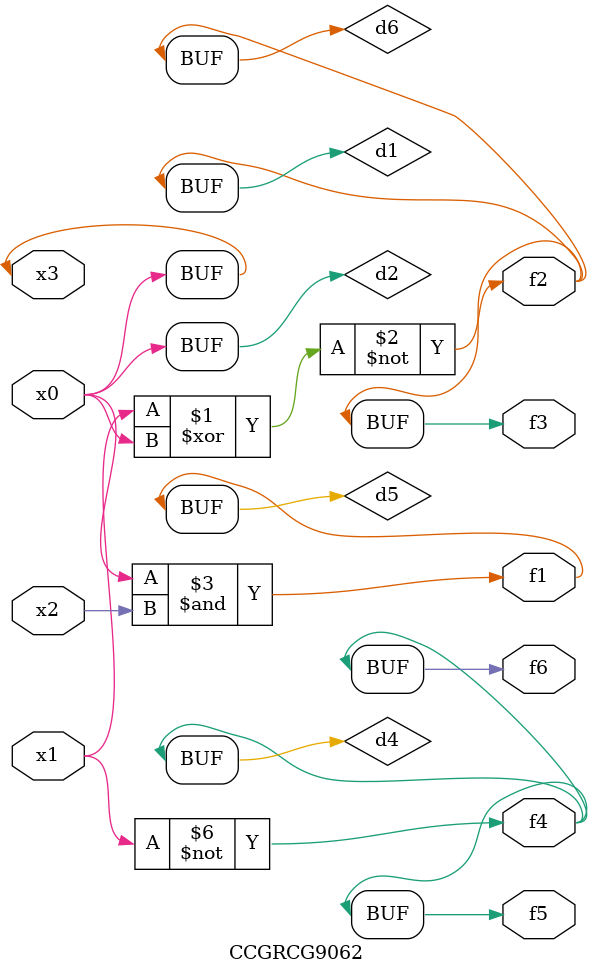
<source format=v>
module CCGRCG9062(
	input x0, x1, x2, x3,
	output f1, f2, f3, f4, f5, f6
);

	wire d1, d2, d3, d4, d5, d6;

	xnor (d1, x1, x3);
	buf (d2, x0, x3);
	nand (d3, x0, x2);
	not (d4, x1);
	nand (d5, d3);
	or (d6, d1);
	assign f1 = d5;
	assign f2 = d6;
	assign f3 = d6;
	assign f4 = d4;
	assign f5 = d4;
	assign f6 = d4;
endmodule

</source>
